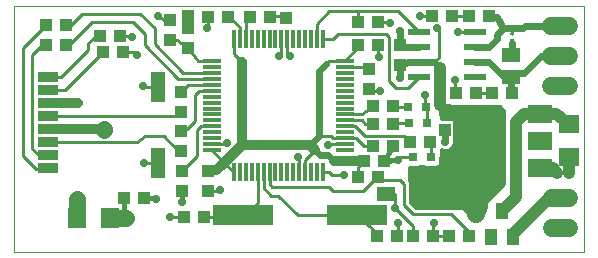
<source format=gtl>
G75*
G70*
%OFA0B0*%
%FSLAX24Y24*%
%IPPOS*%
%LPD*%
%AMOC8*
5,1,8,0,0,1.08239X$1,22.5*
%
%ADD10C,0.0000*%
%ADD11R,0.0118X0.0630*%
%ADD12R,0.0630X0.0118*%
%ADD13R,0.0790X0.0590*%
%ADD14R,0.0790X0.1500*%
%ADD15R,0.0394X0.0433*%
%ADD16R,0.0709X0.0630*%
%ADD17R,0.0780X0.0220*%
%ADD18R,0.0433X0.0394*%
%ADD19R,0.2000X0.0700*%
%ADD20C,0.0594*%
%ADD21R,0.0591X0.0512*%
%ADD22R,0.0394X0.0394*%
%ADD23R,0.0394X0.0551*%
%ADD24R,0.0315X0.0315*%
%ADD25R,0.0630X0.0709*%
%ADD26R,0.0600X0.0500*%
%ADD27R,0.0169X0.0110*%
%ADD28R,0.0500X0.1000*%
%ADD29R,0.0660X0.0320*%
%ADD30C,0.0277*%
%ADD31C,0.0240*%
%ADD32C,0.0100*%
%ADD33C,0.0160*%
%ADD34C,0.0400*%
%ADD35C,0.0320*%
%ADD36C,0.0560*%
%ADD37C,0.0356*%
D10*
X001043Y000625D02*
X001043Y008833D01*
X020042Y008833D01*
X020042Y000625D01*
X001043Y000625D01*
D11*
X008373Y003295D03*
X008570Y003295D03*
X008767Y003295D03*
X008964Y003295D03*
X009160Y003295D03*
X009357Y003295D03*
X009554Y003295D03*
X009751Y003295D03*
X009948Y003295D03*
X010145Y003295D03*
X010341Y003295D03*
X010538Y003295D03*
X010735Y003295D03*
X010932Y003295D03*
X011129Y003295D03*
X011326Y003295D03*
X011326Y007705D03*
X011129Y007705D03*
X010932Y007705D03*
X010735Y007705D03*
X010538Y007705D03*
X010341Y007705D03*
X010145Y007705D03*
X009948Y007705D03*
X009751Y007705D03*
X009554Y007705D03*
X009357Y007705D03*
X009160Y007705D03*
X008964Y007705D03*
X008767Y007705D03*
X008570Y007705D03*
X008373Y007705D03*
D12*
X007645Y006976D03*
X007645Y006780D03*
X007645Y006583D03*
X007645Y006386D03*
X007645Y006189D03*
X007645Y005992D03*
X007645Y005795D03*
X007645Y005598D03*
X007645Y005402D03*
X007645Y005205D03*
X007645Y005008D03*
X007645Y004811D03*
X007645Y004614D03*
X007645Y004417D03*
X007645Y004220D03*
X007645Y004024D03*
X012054Y004024D03*
X012054Y004220D03*
X012054Y004417D03*
X012054Y004614D03*
X012054Y004811D03*
X012054Y005008D03*
X012054Y005205D03*
X012054Y005402D03*
X012054Y005598D03*
X012054Y005795D03*
X012054Y005992D03*
X012054Y006189D03*
X012054Y006386D03*
X012054Y006583D03*
X012054Y006780D03*
X012054Y006976D03*
D13*
X018564Y005210D03*
X018564Y004310D03*
X018564Y003410D03*
D14*
X016084Y004300D03*
D15*
X015399Y004690D03*
X014909Y004300D03*
X014240Y004300D03*
X013684Y004900D03*
X013015Y004900D03*
X013015Y005475D03*
X013684Y005475D03*
X012874Y006065D03*
X012874Y006735D03*
X013899Y006865D03*
X013899Y007535D03*
X013159Y008275D03*
X012490Y008275D03*
X009584Y008450D03*
X008915Y008450D03*
X004659Y007275D03*
X003990Y007275D03*
X002784Y007525D03*
X002115Y007525D03*
X002115Y008200D03*
X002784Y008200D03*
X003915Y007825D03*
X004584Y007825D03*
X007499Y003335D03*
X007499Y002665D03*
X012515Y003125D03*
X013184Y003125D03*
X014340Y001150D03*
X015009Y001150D03*
X015399Y005360D03*
X016965Y005925D03*
X017634Y005925D03*
X016859Y008475D03*
X016190Y008475D03*
D16*
X019524Y004876D03*
X019524Y003774D03*
D17*
X016404Y006450D03*
X016404Y006950D03*
X016404Y007450D03*
X016404Y007950D03*
X014544Y007950D03*
X014544Y007450D03*
X014544Y006950D03*
X014544Y006450D03*
D18*
X015765Y005925D03*
X016434Y005925D03*
X013159Y007525D03*
X012490Y007525D03*
X014965Y008500D03*
X015634Y008500D03*
X008159Y008450D03*
X007490Y008450D03*
X006849Y008085D03*
X006224Y008360D03*
X006224Y007690D03*
X006849Y007415D03*
X006599Y005960D03*
X006599Y005290D03*
X006599Y004660D03*
X006599Y003990D03*
X006624Y003335D03*
X006624Y002665D03*
X005359Y002425D03*
X004690Y002425D03*
X006715Y001775D03*
X007384Y001775D03*
X012715Y003650D03*
X013384Y003650D03*
X013684Y004150D03*
X013015Y004150D03*
X013140Y001150D03*
X013809Y001150D03*
X015540Y001150D03*
X016209Y001150D03*
D19*
X012474Y001850D03*
X008674Y001850D03*
D20*
X018953Y001425D02*
X019546Y001425D01*
X019546Y002425D02*
X018953Y002425D01*
X018928Y006150D02*
X019521Y006150D01*
X019521Y007150D02*
X018928Y007150D01*
X018928Y008150D02*
X019521Y008150D01*
D21*
X017599Y007199D03*
X017599Y006451D03*
D22*
X010099Y008425D03*
X006849Y008475D03*
D23*
X017299Y001983D03*
X016925Y001117D03*
X017673Y001117D03*
D24*
X014920Y003775D03*
X014329Y003775D03*
X014204Y004925D03*
X014795Y004925D03*
X014770Y005450D03*
X014179Y005450D03*
D25*
X004226Y001750D03*
X003123Y001750D03*
D26*
X013424Y002550D03*
X016624Y002550D03*
D27*
X017649Y007700D03*
X017649Y007900D03*
D28*
X005831Y006134D03*
X005831Y003594D03*
D29*
X002166Y003406D03*
X002166Y003839D03*
X002166Y004272D03*
X002166Y004705D03*
X002166Y005138D03*
X002166Y005571D03*
X002166Y006004D03*
X002166Y006437D03*
D30*
X002774Y005575D03*
X003174Y005575D03*
X005349Y006150D03*
X005124Y007200D03*
X004974Y007800D03*
X005849Y008475D03*
X007474Y008100D03*
X009874Y007150D03*
X010249Y007150D03*
X013199Y007125D03*
X013899Y006425D03*
X013249Y005975D03*
X014724Y005850D03*
X015724Y006350D03*
X015824Y007950D03*
X015149Y008075D03*
X014574Y008500D03*
X013574Y008250D03*
X013899Y008000D03*
X015399Y004300D03*
X013824Y003675D03*
X012099Y003650D03*
X011699Y003650D03*
X012024Y003175D03*
X010499Y003800D03*
X011499Y004200D03*
X008149Y004250D03*
X005374Y003600D03*
X007899Y002675D03*
X006624Y002275D03*
X005774Y002400D03*
X006249Y001775D03*
X013724Y002100D03*
X013824Y001575D03*
X015024Y001575D03*
X019149Y003250D03*
X019524Y003250D03*
D31*
X015399Y004300D02*
X015399Y004690D01*
X015399Y005360D02*
X015249Y005510D01*
X013899Y006425D02*
X013899Y006865D01*
X014184Y006950D01*
X014544Y006950D01*
X015049Y006950D01*
X015249Y006750D01*
X016404Y006950D02*
X016874Y006950D01*
X017324Y006500D01*
X017399Y006500D01*
X017474Y006575D01*
X018024Y006575D01*
X018599Y007150D01*
X019224Y007150D01*
X017655Y007255D02*
X017599Y007199D01*
X017649Y007249D01*
X017649Y007575D01*
X017143Y007725D02*
X017143Y007869D01*
X017349Y008075D01*
X017674Y008075D01*
X017999Y008075D01*
X018074Y008150D01*
X019224Y008150D01*
X017349Y008075D02*
X017124Y008450D01*
X016884Y008450D01*
X016859Y008475D01*
X016190Y008475D02*
X016165Y008500D01*
X017143Y007725D02*
X016868Y007450D01*
X016404Y007450D01*
X014544Y007450D02*
X014009Y007450D01*
X013899Y007535D02*
X013899Y008000D01*
X011449Y006900D02*
X011199Y006650D01*
X011199Y004550D01*
X011199Y004500D02*
X010899Y004200D01*
X011074Y004025D02*
X011249Y003850D01*
X011499Y003850D01*
X011699Y003650D01*
X017598Y005950D02*
X017634Y005925D01*
X017598Y005950D02*
X017599Y006451D01*
X017598Y006500D01*
X017399Y006500D01*
D32*
X016965Y005925D02*
X016434Y005925D01*
X015765Y005925D02*
X015724Y006350D01*
X014724Y005850D02*
X014724Y005495D01*
X014770Y005450D01*
X014849Y005370D01*
X014795Y005425D02*
X014770Y005450D01*
X014795Y005425D02*
X014795Y004925D01*
X015273Y005057D02*
X015274Y005150D01*
X015274Y005475D01*
X017224Y005475D01*
X017374Y005325D01*
X017374Y002875D01*
X016399Y001900D01*
X016174Y001900D01*
X015999Y002075D01*
X014432Y002075D01*
X014224Y002283D01*
X014224Y002958D01*
X014199Y002983D01*
X014199Y003468D01*
X014549Y003468D01*
X014556Y003475D01*
X014693Y003475D01*
X014700Y003468D01*
X015139Y003468D01*
X015147Y003475D01*
X015249Y003475D01*
X015249Y003550D01*
X015257Y004046D01*
X015342Y004011D01*
X015457Y004011D01*
X015563Y004055D01*
X015644Y004136D01*
X015688Y004243D01*
X015688Y004354D01*
X015746Y004412D01*
X015746Y004969D01*
X015658Y005057D01*
X015273Y005057D01*
X015274Y005114D02*
X017374Y005114D01*
X017374Y005016D02*
X015700Y005016D01*
X015746Y004917D02*
X017374Y004917D01*
X017374Y004819D02*
X015746Y004819D01*
X015746Y004720D02*
X017374Y004720D01*
X017374Y004622D02*
X015746Y004622D01*
X015746Y004523D02*
X017374Y004523D01*
X017374Y004425D02*
X015746Y004425D01*
X015688Y004326D02*
X017374Y004326D01*
X017374Y004228D02*
X015682Y004228D01*
X015637Y004129D02*
X017374Y004129D01*
X017374Y004031D02*
X015503Y004031D01*
X015295Y004031D02*
X015257Y004031D01*
X015255Y003932D02*
X017374Y003932D01*
X017374Y003834D02*
X015254Y003834D01*
X015252Y003735D02*
X017374Y003735D01*
X017374Y003637D02*
X015251Y003637D01*
X015249Y003538D02*
X017374Y003538D01*
X017374Y003440D02*
X014199Y003440D01*
X014199Y003341D02*
X017374Y003341D01*
X017374Y003243D02*
X014199Y003243D01*
X014199Y003144D02*
X017374Y003144D01*
X017374Y003046D02*
X014199Y003046D01*
X014224Y002947D02*
X017374Y002947D01*
X017348Y002849D02*
X014224Y002849D01*
X014224Y002750D02*
X017249Y002750D01*
X017151Y002651D02*
X014224Y002651D01*
X014224Y002553D02*
X017052Y002553D01*
X016954Y002454D02*
X014224Y002454D01*
X014224Y002356D02*
X016855Y002356D01*
X016757Y002257D02*
X014250Y002257D01*
X014348Y002159D02*
X016658Y002159D01*
X016560Y002060D02*
X016014Y002060D01*
X016112Y001962D02*
X016461Y001962D01*
X016224Y001250D02*
X015599Y001875D01*
X014349Y001875D01*
X014024Y002200D01*
X014024Y002875D01*
X013890Y003010D01*
X013184Y003010D01*
X013115Y003010D01*
X013074Y003050D01*
X012674Y002650D01*
X011674Y002650D01*
X011524Y002800D01*
X009649Y002800D01*
X009554Y002895D01*
X009554Y003295D01*
X009357Y003295D02*
X009357Y002742D01*
X009599Y002500D01*
X009849Y002500D01*
X010499Y001850D01*
X012474Y001850D01*
X013249Y001150D01*
X013140Y001150D01*
X013809Y001150D02*
X013824Y001575D01*
X014349Y001475D02*
X013724Y002100D01*
X013724Y002550D01*
X013424Y002550D01*
X013184Y003010D02*
X013184Y003125D01*
X012515Y003125D02*
X012515Y003450D01*
X012715Y003650D01*
X013409Y003735D02*
X013824Y003675D01*
X013924Y003775D01*
X014329Y003775D01*
X014920Y003775D02*
X014920Y004289D01*
X014909Y004300D01*
X014240Y004300D02*
X014040Y004500D01*
X012724Y004500D01*
X012413Y004811D01*
X012054Y004811D01*
X012054Y005008D02*
X012641Y005008D01*
X012749Y004900D01*
X013015Y004900D01*
X012644Y005205D02*
X013015Y005475D01*
X012644Y005205D02*
X012054Y005205D01*
X011599Y004500D02*
X011199Y004500D01*
X011199Y004550D01*
X011599Y004500D02*
X011682Y004417D01*
X012054Y004417D01*
X012432Y004417D01*
X012699Y004150D01*
X013015Y004150D01*
X012054Y004220D02*
X011520Y004220D01*
X011499Y004200D01*
X011074Y004025D02*
X010735Y003686D01*
X010735Y003295D01*
X010538Y003295D02*
X010538Y003811D01*
X010499Y003800D01*
X011326Y003295D02*
X011529Y003295D01*
X011649Y003175D01*
X012024Y003175D01*
X012474Y001850D02*
X012549Y001865D01*
X014349Y001475D02*
X014349Y001160D01*
X014340Y001150D01*
X015009Y001150D02*
X015009Y001560D01*
X015024Y001575D01*
X015009Y001150D02*
X015540Y001150D01*
X016209Y001150D02*
X016224Y001165D01*
X016224Y001250D01*
X009160Y002261D02*
X008674Y001850D01*
X007899Y001775D01*
X007384Y001775D01*
X006715Y001775D02*
X006249Y001775D01*
X007499Y002665D02*
X007884Y002665D01*
X007899Y002675D01*
X009160Y002261D02*
X009160Y003295D01*
X008373Y003295D02*
X008354Y003295D01*
X008049Y003600D01*
X007645Y004005D01*
X007645Y004024D01*
X007645Y004220D02*
X008129Y004220D01*
X008149Y004250D01*
X007260Y004811D02*
X007124Y004675D01*
X007124Y003835D01*
X006624Y003335D01*
X005831Y003594D02*
X005380Y003594D01*
X005374Y003600D01*
X006024Y004475D02*
X006509Y003990D01*
X006599Y003990D01*
X006024Y004475D02*
X005399Y004475D01*
X005146Y004272D01*
X002166Y004272D01*
X001899Y003800D02*
X001624Y004075D01*
X001624Y007175D01*
X001974Y007525D01*
X002115Y007525D01*
X002784Y007525D02*
X002884Y007525D01*
X003634Y008275D01*
X004999Y008275D01*
X005399Y007875D01*
X005399Y007525D01*
X006514Y006386D01*
X007645Y006386D01*
X007645Y006583D02*
X006667Y006583D01*
X005724Y007550D01*
X005724Y008075D01*
X005224Y008550D01*
X003299Y008550D01*
X002949Y008200D01*
X002784Y008200D01*
X002115Y008200D02*
X001349Y007435D01*
X001349Y003825D01*
X001774Y003400D01*
X002160Y003400D01*
X002166Y003406D01*
X002127Y003800D02*
X001899Y003800D01*
X002127Y003800D02*
X002166Y003839D01*
X002166Y005138D02*
X006547Y005138D01*
X006599Y005290D01*
X007074Y005000D02*
X007074Y005850D01*
X007216Y005992D01*
X007645Y005992D01*
X007645Y006189D02*
X006829Y006189D01*
X006599Y005960D01*
X005831Y006134D02*
X005366Y006134D01*
X005349Y006150D01*
X006849Y007415D02*
X007158Y006976D01*
X007645Y006976D01*
X008373Y007226D02*
X008649Y006950D01*
X008373Y007226D02*
X008373Y007705D01*
X008570Y007705D02*
X008570Y008105D01*
X008349Y008325D01*
X008284Y008325D01*
X008159Y008450D01*
X008767Y008383D02*
X008915Y008450D01*
X008767Y008383D02*
X008767Y007705D01*
X009948Y007705D02*
X009948Y007223D01*
X009874Y007150D01*
X010145Y007255D02*
X010249Y007150D01*
X010145Y007255D02*
X010145Y007705D01*
X011129Y007705D02*
X011129Y008230D01*
X011549Y008650D01*
X012474Y008650D01*
X012490Y008635D01*
X012490Y008275D01*
X013159Y008275D02*
X013549Y008275D01*
X013574Y008250D01*
X013449Y007875D02*
X013524Y007800D01*
X013524Y006325D01*
X013774Y006075D01*
X014169Y006075D01*
X014544Y006450D01*
X015049Y006950D02*
X015199Y007100D01*
X015199Y008025D01*
X015149Y008075D01*
X014544Y007950D02*
X013844Y008650D01*
X012474Y008650D01*
X011849Y007875D02*
X013449Y007875D01*
X013159Y007525D02*
X013184Y007210D01*
X013199Y007125D01*
X012515Y007437D02*
X012054Y006976D01*
X011526Y006976D01*
X011449Y006900D01*
X012054Y006976D02*
X012065Y006987D01*
X012286Y006987D01*
X012054Y006780D02*
X012724Y006780D01*
X012874Y006735D01*
X012874Y006065D02*
X012724Y005950D01*
X013249Y005975D01*
X013684Y005475D02*
X013709Y005450D01*
X014179Y005450D01*
X013774Y005350D02*
X013699Y005350D01*
X013684Y005475D01*
X013709Y004925D02*
X013684Y004900D01*
X013749Y004800D01*
X013709Y004925D02*
X014204Y004925D01*
X015274Y005213D02*
X017374Y005213D01*
X017374Y005311D02*
X015274Y005311D01*
X015274Y005410D02*
X017290Y005410D01*
X014009Y007450D02*
X013899Y007535D01*
X012515Y007437D02*
X012490Y007525D01*
X011849Y007875D02*
X011679Y007705D01*
X011326Y007705D01*
X010099Y008425D02*
X009949Y008485D01*
X009584Y008450D01*
X007490Y008450D02*
X007490Y008115D01*
X007474Y008100D01*
X006849Y008085D02*
X006849Y008475D01*
X006224Y008360D02*
X006040Y008360D01*
X005849Y008475D01*
X004974Y007800D02*
X004949Y007800D01*
X004924Y007825D01*
X004584Y007825D01*
X003990Y007800D02*
X003915Y007825D01*
X003990Y007800D02*
X003724Y007800D01*
X003499Y007575D01*
X003499Y007350D01*
X002586Y006437D01*
X002166Y006437D01*
X002166Y006004D02*
X002744Y006004D01*
X003990Y007275D01*
X004659Y007275D02*
X005049Y007275D01*
X005124Y007200D01*
X006224Y007690D02*
X006474Y007690D01*
X006849Y007415D01*
X002115Y008200D02*
X002099Y008200D01*
X006809Y004735D02*
X007074Y005000D01*
X007260Y004811D02*
X007645Y004811D01*
X006809Y004735D02*
X006599Y004660D01*
X014574Y008500D02*
X014965Y008500D01*
X015634Y008500D02*
X016165Y008500D01*
X016404Y007950D02*
X015824Y007950D01*
X017649Y007900D02*
X017649Y008025D01*
X017649Y007700D02*
X017649Y007575D01*
D33*
X017649Y008025D02*
X017649Y008050D01*
X017674Y008075D01*
X013684Y004150D02*
X013409Y003735D01*
X013384Y003650D02*
X013824Y003675D01*
X006624Y002665D02*
X006624Y002275D01*
X005774Y002400D02*
X005749Y002425D01*
X005359Y002425D01*
X004690Y002425D02*
X004690Y001835D01*
X004774Y001750D01*
D34*
X015249Y005510D02*
X015249Y006750D01*
X017774Y004950D02*
X018034Y005210D01*
X018564Y005210D01*
X019116Y005210D01*
X019524Y004876D01*
X017774Y004950D02*
X017774Y002458D01*
X017299Y001983D01*
X017673Y001217D02*
X018881Y002425D01*
X019249Y002425D01*
X019149Y003250D02*
X018989Y003410D01*
X018564Y003410D01*
X019524Y003250D02*
X019524Y003774D01*
X017673Y001217D02*
X017673Y001117D01*
D35*
X012715Y003650D02*
X012099Y003650D01*
X011699Y003650D01*
X011074Y004025D02*
X010899Y004200D01*
X008649Y004200D01*
X008649Y006950D01*
X004024Y004705D02*
X002166Y004705D01*
X002166Y005571D02*
X003170Y005571D01*
X003174Y005575D01*
X007774Y003340D02*
X007949Y003500D01*
X008049Y003600D01*
X008649Y004200D01*
X007774Y003340D02*
X007499Y003335D01*
D36*
X004024Y004675D02*
X004024Y004705D01*
X003124Y002375D02*
X003123Y001750D01*
X004226Y001750D02*
X004774Y001750D01*
X016399Y001900D02*
X016524Y002150D01*
X016524Y002550D01*
X016624Y002550D01*
X016399Y001900D02*
X016424Y001875D01*
D37*
X016424Y001875D03*
X014449Y003100D03*
X004774Y001750D03*
X003124Y002375D03*
X004024Y004675D03*
M02*

</source>
